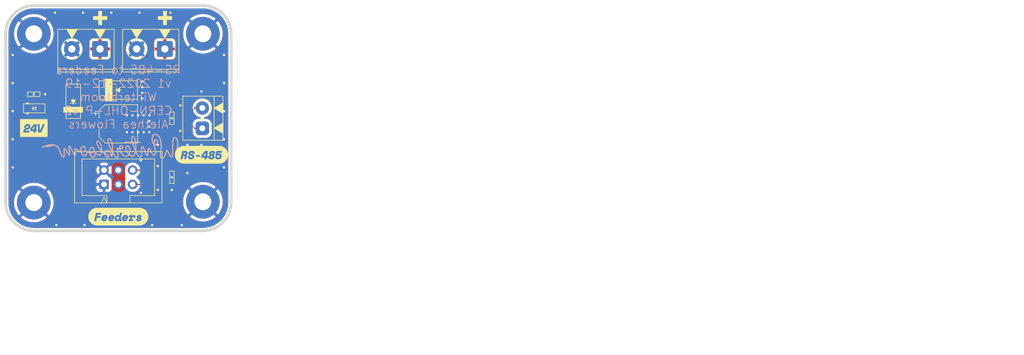
<source format=kicad_pcb>
(kicad_pcb (version 20211014) (generator pcbnew)
  (title_block (title "RS-485 to Feeders") (date "2022-12-19") (rev "v1") (company "Winterbloom") (comment 1 "Alethea Flowers") (comment 2 "CERN-OHL-P v2"))
  (layers (0 "F.Cu" signal) (31 "B.Cu" signal) (34 "B.Paste" user) (35 "F.Paste" user) (36 "B.SilkS" user "B.Silkscreen") (37 "F.SilkS" user "F.Silkscreen") (38 "B.Mask" user) (39 "F.Mask" user) (44 "Edge.Cuts" user))
  (net 0 "")
  (net 1 "+24V")
  (net 2 "GND")
  (net 3 "/DCIN")
  (net 4 "Net-(D103-Pad1)")
  (net 5 "/RS485+")
  (net 6 "/RS485-")
  (footprint "winterbloom:R_0402_HandSolder" (layer "F.Cu") (at 94.1 78.7 90)
    (fp_text reference "R103" hide)
    (fp_text value "120R")
    (pad "1" smd roundrect (at -0.5975 0 90) (size 0.715 0.64) (layers "F.Cu" "F.Paste" "F.Mask") (net 5 "/RS485+"))
    (pad "2" smd roundrect (at 0.5975 0 90) (size 0.715 0.64) (layers "F.Cu" "F.Paste" "F.Mask") (net 6 "/RS485-"))
  )
  (footprint "winterbloom:R_0402_HandSolder" (layer "F.Cu") (at 69.6 74.45)
    (fp_text reference "R102" hide)
    (fp_text value "5k1")
    (pad "1" smd roundrect (at -0.5975 0) (size 0.715 0.64) (layers "F.Cu" "F.Paste" "F.Mask") (net 4 "Net-(D103-Pad1)"))
    (pad "2" smd roundrect (at 0.5975 0) (size 0.715 0.64) (layers "F.Cu" "F.Paste" "F.Mask") (net 2 "GND"))
  )
  (footprint "winterbloom:TerminalBlock_4UCON_1x02_P3.50mm_Horizontal" (layer "F.Cu") (at 99.5 80.45 90)
    (fp_text reference "J103" hide)
    (fp_text value "RS-485" hide)
    (pad "1" thru_hole roundrect (at -0.0508 0 90) (size 2.4 2.4) (drill 1.05) (layers *.Cu *.Mask) (net 5 "/RS485+"))
    (pad "2" thru_hole circle (at 3.556 0 90) (size 2.4 2.4) (drill 1.05) (layers *.Cu *.Mask) (net 6 "/RS485-"))
  )
  (footprint "winterbloom:D_SOD-128" (layer "F.Cu") (at 76.6 75.7 90)
    (fp_text reference "D102" hide)
    (fp_text value "PMEG3030EP")
    (pad "1" smd rect (at -2.2 0 90) (size 1.4 2.1) (layers "F.Cu" "F.Paste" "F.Mask") (net 1 "+24V"))
    (pad "2" smd rect (at 2.2 0 90) (size 1.4 2.1) (layers "F.Cu" "F.Paste" "F.Mask") (net 3 "/DCIN"))
  )
  (footprint "MountingHole:MountingHole_3mm_Pad" (layer "F.Cu") (at 99.6 93.55)
    (fp_text reference "H104" hide)
    (fp_text value "GND")
    (pad "1" thru_hole circle (at 0 0) (size 6 6) (drill 3) (layers *.Cu *.Mask) (net 2 "GND"))
  )
  (footprint "Graphics" (layer "F.Cu") (at 92.7 60.9 90)
    (fp_text reference "" (at 0 0 90) (layer "F.SilkS") (effects (font (size 1.27 1.27))))
    (fp_text value "" (at 0 0 90) (layer "F.SilkS") (effects (font (size 1.27 1.27))))
  )
  (footprint "Graphics" (layer "F.Cu") (at 81.2 60.9 90)
    (fp_text reference "" (at 0 0 90) (layer "F.SilkS") (effects (font (size 1.27 1.27))))
    (fp_text value "" (at 0 0 90) (layer "F.SilkS") (effects (font (size 1.27 1.27))))
  )
  (footprint "winterbloom:R_0402_HandSolder" (layer "F.Cu") (at 94.1 89.2 90)
    (fp_text reference "R101" hide)
    (fp_text value "120R")
    (pad "1" smd roundrect (at -0.5975 0 90) (size 0.715 0.64) (layers "F.Cu" "F.Paste" "F.Mask") (net 5 "/RS485+"))
    (pad "2" smd roundrect (at 0.5975 0 90) (size 0.715 0.64) (layers "F.Cu" "F.Paste" "F.Mask") (net 6 "/RS485-"))
  )
  (footprint "Graphics" (layer "F.Cu") (at 84.6 96.2)
    (fp_text reference "" (at 0 0) (layer "F.SilkS") (effects (font (size 1.27 1.27))))
    (fp_text value "" (at 0 0) (layer "F.SilkS") (effects (font (size 1.27 1.27))))
  )
  (footprint "Graphics" (layer "F.Cu") (at 69.6 80.45)
    (fp_text reference "" (at 0 0) (layer "F.SilkS") (effects (font (size 1.27 1.27))))
    (fp_text value "" (at 0 0) (layer "F.SilkS") (effects (font (size 1.27 1.27))))
  )
  (footprint "winterbloom:TerminalBlock_CUI_TB002-500_1x02_P5.00mm_Vertical" (layer "F.Cu") (at 81.35 66.4 180)
    (fp_text reference "J102" hide)
    (fp_text value "DC thru")
    (pad "1" thru_hole roundrect (at 0 0 180) (size 2.8 2.8) (drill 1.3) (layers *.Cu *.Mask) (roundrect_rratio 0.1) (net 3 "/DCIN"))
    (pad "2" thru_hole circle (at 5 0 180) (size 2.8 2.8) (drill 1.3) (layers *.Cu *.Mask) (net 2 "GND"))
  )
  (footprint "winterbloom:TerminalBlock_CUI_TB002-500_1x02_P5.00mm_Vertical" (layer "F.Cu") (at 92.85 66.4 180)
    (fp_text reference "J101" hide)
    (fp_text value "DC in")
    (pad "1" thru_hole roundrect (at 0 0 180) (size 2.8 2.8) (drill 1.3) (layers *.Cu *.Mask) (roundrect_rratio 0.1) (net 3 "/DCIN"))
    (pad "2" thru_hole circle (at 5 0 180) (size 2.8 2.8) (drill 1.3) (layers *.Cu *.Mask) (net 2 "GND"))
  )
  (footprint "winterbloom:LED_0805_Kingbright_APT2012" (layer "F.Cu") (at 69.675 76.95)
    (fp_text reference "D103" hide)
    (fp_text value "24V" hide)
    (pad "1" smd roundrect (at -1.175 0) (size 1.25 1.25) (layers "F.Cu" "F.Paste" "F.Mask") (roundrect_rratio 0.05) (net 4 "Net-(D103-Pad1)"))
    (pad "2" smd roundrect (at 1.175 0) (size 1.25 1.25) (layers "F.Cu" "F.Paste" "F.Mask") (roundrect_rratio 0.05) (net 1 "+24V"))
  )
  (footprint "MountingHole:MountingHole_3mm_Pad" (layer "F.Cu") (at 69.6 63.7)
    (fp_text reference "H101" hide)
    (fp_text value "GND")
    (pad "1" thru_hole circle (at 0 0) (size 6 6) (drill 3) (layers *.Cu *.Mask) (net 2 "GND"))
  )
  (footprint "MountingHole:MountingHole_3mm_Pad" (layer "F.Cu") (at 69.6 93.7)
    (fp_text reference "H103" hide)
    (fp_text value "GND")
    (pad "1" thru_hole circle (at 0 0) (size 6 6) (drill 3) (layers *.Cu *.Mask) (net 2 "GND"))
  )
  (footprint "Connector_IDC:IDC-Header_2x03_P2.54mm_Vertical" (layer "F.Cu") (at 82.055 90.47 90)
    (fp_text reference "J104" hide)
    (fp_text value "Feeders")
    (pad "1" thru_hole roundrect (at 0 0 90) (size 1.7 1.7) (drill 1) (layers *.Cu *.Mask) (roundrect_rratio 0.147059) (net 2 "GND"))
    (pad "2" thru_hole circle (at 2.54 0 90) (size 1.7 1.7) (drill 1) (layers *.Cu *.Mask) (net 2 "GND"))
    (pad "3" thru_hole circle (at 0 2.54 90) (size 1.7 1.7) (drill 1) (layers *.Cu *.Mask) (net 1 "+24V"))
    (pad "4" thru_hole circle (at 2.54 2.54 90) (size 1.7 1.7) (drill 1) (layers *.Cu *.Mask) (net 1 "+24V"))
    (pad "5" thru_hole circle (at 0 5.08 90) (size 1.7 1.7) (drill 1) (layers *.Cu *.Mask) (net 5 "/RS485+"))
    (pad "6" thru_hole circle (at 2.54 5.08 90) (size 1.7 1.7) (drill 1) (layers *.Cu *.Mask) (net 6 "/RS485-"))
  )
  (footprint "Capacitor_SMD:CP_Elec_6.3x9.9" (layer "F.Cu") (at 84.6 79.7)
    (fp_text reference "C101" hide)
    (fp_text value "100u")
    (pad "1" smd roundrect (at -2.8 0) (size 3.5 1.6) (layers "F.Cu" "F.Paste" "F.Mask") (roundrect_rratio 0.15625) (net 1 "+24V"))
    (pad "2" smd roundrect (at 2.8 0) (size 3.5 1.6) (layers "F.Cu" "F.Paste" "F.Mask") (roundrect_rratio 0.15625) (net 2 "GND"))
  )
  (footprint "Graphics" (layer "F.Cu") (at 99.35 85.2)
    (fp_text reference "" (at 0 0) (layer "F.SilkS") (effects (font (size 1.27 1.27))))
    (fp_text value "" (at 0 0) (layer "F.SilkS") (effects (font (size 1.27 1.27))))
  )
  (footprint "MountingHole:MountingHole_3mm_Pad" (layer "F.Cu") (at 99.6 63.7)
    (fp_text reference "H102" hide)
    (fp_text value "GND")
    (pad "1" thru_hole circle (at 0 0) (size 6 6) (drill 3) (layers *.Cu *.Mask) (net 2 "GND"))
  )
  (footprint "winterbloom:D_SMA" (layer "F.Cu") (at 84.6 73.7)
    (fp_text reference "D101" hide)
    (fp_text value "SMAJ28CA")
    (pad "1" smd rect (at -2 0) (size 2.5 1.8) (layers "F.Cu" "F.Paste" "F.Mask") (net 3 "/DCIN"))
    (pad "2" smd rect (at 2 0) (size 2.5 1.8) (layers "F.Cu" "F.Paste" "F.Mask") (net 2 "GND"))
  )
  (footprint "winterbloom:Symbol_Winterbloom_25mm" (layer "B.Cu") (at 83.1 83.7 180)
    (fp_text reference "G***" hide)
    (fp_text value "LOGO" hide)
  )
  (gr_line (start 99.6 98.7) (end 69.6 98.7) (layer "Edge.Cuts") (width 0.5))
  (gr_arc (start 69.6 98.7) (mid 66.064466 97.235534) (end 64.6 93.7) (layer "Edge.Cuts") (width 0.5))
  (gr_arc (start 64.6 63.7) (mid 66.064466 60.164466) (end 69.6 58.7) (layer "Edge.Cuts") (width 0.5))
  (gr_line (start 104.6 63.7) (end 104.6 93.7) (layer "Edge.Cuts") (width 0.5))
  (gr_line (start 64.6 93.7) (end 64.6 63.7) (layer "Edge.Cuts") (width 0.5))
  (gr_arc (start 104.6 93.7) (mid 103.135534 97.235534) (end 99.6 98.7) (layer "Edge.Cuts") (width 0.5))
  (gr_line (start 69.6 58.7) (end 99.6 58.7) (layer "Edge.Cuts") (width 0.5))
  (gr_arc (start 99.6 58.7) (mid 103.135534 60.164466) (end 104.6 63.7) (layer "Edge.Cuts") (width 0.5))
  (gr_text "${TITLE}\n${REVISION} ${ISSUE_DATE}\n${COMPANY}\n${COMMENT2}\n${COMMENT1}" (at 84.6 74.95) (layer "B.SilkS") (effects (font (size 1.5 1.5)) (justify mirror)))
  (segment (start 76.6 77.9) (end 75.65 76.95) (width 0.2) (layer "F.Cu") (net 1))
  (segment (start 75.65 76.95) (end 70.85 76.95) (width 0.2) (layer "F.Cu") (net 1))
  (via (at 90.6 97.7) (size 0.7) (drill 0.4) (layers "F.Cu" "B.Cu") (net 2))
  (via (at 88.85 74.2) (size 0.7) (drill 0.4) (layers "F.Cu" "B.Cu") (net 2))
  (via (at 65.85 77.45) (size 0.7) (drill 0.4) (layers "F.Cu" "B.Cu") (net 2))
  (via (at 103.35 87.45) (size 0.7) (drill 0.4) (layers "F.Cu" "B.Cu") (net 2))
  (via (at 90.1 78.2) (size 0.7) (drill 0.4) (layers "F.Cu" "B.Cu") (net 2))
  (via (at 89.1 78.2) (size 0.7) (drill 0.4) (layers "F.Cu" "B.Cu") (net 2))
  (via (at 88.85 75.2) (size 0.7) (drill 0.4) (layers "F.Cu" "B.Cu") (net 2))
  (via (at 91.6 83.45) (size 0.7) (drill 0.4) (layers "F.Cu" "B.Cu") (net 2))
  (via (at 87.1 78.2) (size 0.7) (drill 0.4) (layers "F.Cu" "B.Cu") (net 2))
  (via (at 103.35 77.45) (size 0.7) (drill 0.4) (layers "F.Cu" "B.Cu") (net 2))
  (via (at 78.6 97.7) (size 0.7) (drill 0.4) (layers "F.Cu" "B.Cu") (net 2))
  (via (at 88.6 91.95) (size 0.7) (drill 0.4) (layers "F.Cu" "B.Cu") (net 2))
  (via (at 90.1 79.2) (size 0.7) (drill 0.4) (layers "F.Cu" "B.Cu") (net 2))
  (via (at 103.35 72.45) (size 0.7) (drill 0.4) (layers "F.Cu" "B.Cu") (net 2))
  (via (at 91.6 91.45) (size 0.7) (drill 0.4) (layers "F.Cu" "B.Cu") (net 2))
  (via (at 88.85 72.2) (size 0.7) (drill 0.4) (layers "F.Cu" "B.Cu") (net 2))
  (via (at 73.6 97.7) (size 0.7) (drill 0.4) (layers "F.Cu" "B.Cu") (net 2))
  (via (at 83.35 59.95) (size 0.7) (drill 0.4) (layers "F.Cu" "B.Cu") (net 2))
  (via (at 90.1 80.2) (size 0.7) (drill 0.4) (layers "F.Cu" "B.Cu") (net 2))
  (via (at 90.1 81.2) (size 0.7) (drill 0.4) (layers "F.Cu" "B.Cu") (net 2))
  (via (at 95.6 76.45) (size 0.7) (drill 0.4) (layers "F.Cu" "B.Cu") (net 2))
  (via (at 96.85 88.45) (size 0.7) (drill 0.4) (layers "F.Cu" "B.Cu") (net 2))
  (via (at 71.6 74.45) (size 0.7) (drill 0.4) (layers "F.Cu" "B.Cu") (net 2))
  (via (at 95.6 80.95) (size 0.7) (drill 0.4) (layers "F.Cu" "B.Cu") (net 2))
  (via (at 86.1 78.2) (size 0.7) (drill 0.4) (layers "F.Cu" "B.Cu") (net 2))
  (via (at 65.85 72.45) (size 0.7) (drill 0.4) (layers "F.Cu" "B.Cu") (net 2))
  (via (at 94.1 91.45) (size 0.7) (drill 0.4) (layers "F.Cu" "B.Cu") (net 2))
  (via (at 87.1 81.2) (size 0.7) (drill 0.4) (layers "F.Cu" "B.Cu") (net 2))
  (via (at 89.1 81.2) (size 0.7) (drill 0.4) (layers "F.Cu" "B.Cu") (net 2))
  (via (at 99.35 83.45) (size 0.7) (drill 0.4) (layers "F.Cu" "B.Cu") (net 2))
  (via (at 86.1 81.2) (size 0.7) (drill 0.4) (layers "F.Cu" "B.Cu") (net 2))
  (via (at 88.35 59.95) (size 0.7) (drill 0.4) (layers "F.Cu" "B.Cu") (net 2))
  (via (at 73.35 59.95) (size 0.7) (drill 0.4) (layers "F.Cu" "B.Cu") (net 2))
  (via (at 88.6 86.2) (size 0.7) (drill 0.4) (layers "F.Cu" "B.Cu") (net 2))
  (via (at 93.85 59.95) (size 0.7) (drill 0.4) (layers "F.Cu" "B.Cu") (net 2))
  (via (at 91.6 87.2) (size 0.7) (drill 0.4) (layers "F.Cu" "B.Cu") (net 2))
  (via (at 88.85 73.2) (size 0.7) (drill 0.4) (layers "F.Cu" "B.Cu") (net 2))
  (via (at 88.1 78.2) (size 0.7) (drill 0.4) (layers "F.Cu" "B.Cu") (net 2))
  (via (at 78.35 59.95) (size 0.7) (drill 0.4) (layers "F.Cu" "B.Cu") (net 2))
  (via (at 65.85 87.45) (size 0.7) (drill 0.4) (layers "F.Cu" "B.Cu") (net 2))
  (via (at 96.85 83.45) (size 0.7) (drill 0.4) (layers "F.Cu" "B.Cu") (net 2))
  (via (at 65.85 82.45) (size 0.7) (drill 0.4) (layers "F.Cu" "B.Cu") (net 2))
  (via (at 65.85 67.45) (size 0.7) (drill 0.4) (layers "F.Cu" "B.Cu") (net 2))
  (via (at 95.85 97.7) (size 0.7) (drill 0.4) (layers "F.Cu" "B.Cu") (net 2))
  (via (at 103.35 67.45) (size 0.7) (drill 0.4) (layers "F.Cu" "B.Cu") (net 2))
  (via (at 99.35 73.95) (size 0.7) (drill 0.4) (layers "F.Cu" "B.Cu") (net 2))
  (via (at 103.35 82.45) (size 0.7) (drill 0.4) (layers "F.Cu" "B.Cu") (net 2))
  (via (at 88.1 81.2) (size 0.7) (drill 0.4) (layers "F.Cu" "B.Cu") (net 2))
  (via (at 96.85 85.95) (size 0.7) (drill 0.4) (layers "F.Cu" "B.Cu") (net 2))
  (segment (start 68.5 76.95) (end 68.5 74.9525) (width 0.2) (layer "F.Cu") (net 4))
  (segment (start 68.5 74.9525) (end 69.0025 74.45) (width 0.2) (layer "F.Cu") (net 4))
  (segment (start 89.6 89.7) (end 94.0025 89.7) (width 0.2) (layer "F.Cu") (net 5))
  (segment (start 87.135 90.47) (end 88.83 90.47) (width 0.2) (layer "F.Cu") (net 5))
  (segment (start 98.1508 80.5008) (end 96.9475 79.2975) (width 0.2) (layer "F.Cu") (net 5))
  (segment (start 99.5 80.5008) (end 98.1508 80.5008) (width 0.2) (layer "F.Cu") (net 5))
  (segment (start 96.9475 79.2975) (end 94.1 79.2975) (width 0.2) (layer "F.Cu") (net 5))
  (segment (start 95.35 83.7) (end 94.1 82.45) (width 0.2) (layer "F.Cu") (net 5))
  (segment (start 95.35 88.95) (end 95.35 83.7) (width 0.2) (layer "F.Cu") (net 5))
  (segment (start 94.1 82.45) (end 94.1 79.2975) (width 0.2) (layer "F.Cu") (net 5))
  (segment (start 94.5025 89.7975) (end 95.35 88.95) (width 0.2) (layer "F.Cu") (net 5))
  (segment (start 94.0025 89.7) (end 94.1 89.7975) (width 0.2) (layer "F.Cu") (net 5))
  (segment (start 94.1 89.7975) (end 94.5025 89.7975) (width 0.2) (layer "F.Cu") (net 5))
  (segment (start 88.83 90.47) (end 89.6 89.7) (width 0.2) (layer "F.Cu") (net 5))
  (segment (start 87.135 87.93) (end 88.83 87.93) (width 0.2) (layer "F.Cu") (net 6))
  (segment (start 94.1 84.2) (end 92.85 82.95) (width 0.2) (layer "F.Cu") (net 6))
  (segment (start 99.5 76.894) (end 98.156 76.894) (width 0.2) (layer "F.Cu") (net 6))
  (segment (start 89.6 88.7) (end 94.0025 88.7) (width 0.2) (layer "F.Cu") (net 6))
  (segment (start 93.1975 78.1025) (end 94.1 78.1025) (width 0.2) (layer "F.Cu") (net 6))
  (segment (start 96.9475 78.1025) (end 94.1 78.1025) (width 0.2) (layer "F.Cu") (net 6))
  (segment (start 94.0025 88.7) (end 94.1 88.6025) (width 0.2) (layer "F.Cu") (net 6))
  (segment (start 92.85 82.95) (end 92.85 78.45) (width 0.2) (layer "F.Cu") (net 6))
  (segment (start 92.85 78.45) (end 93.1975 78.1025) (width 0.2) (layer "F.Cu") (net 6))
  (segment (start 88.83 87.93) (end 89.6 88.7) (width 0.2) (layer "F.Cu") (net 6))
  (segment (start 98.156 76.894) (end 96.9475 78.1025) (width 0.2) (layer "F.Cu") (net 6))
  (segment (start 94.1 88.6025) (end 94.1 84.2) (width 0.2) (layer "F.Cu") (net 6))
  (zone (net 3) (net_name "/DCIN") (layer "F.Cu") (priority 1) (connect_pads thru_hole_only (clearance 0.5)) (min_thickness 0.25) (fill yes (thermal_gap 0.508) (thermal_bridge_width 0.508) (smoothing fillet) (radius 1))
    (polygon (pts (xy 95.2 68.7) (xy 84.4 68.7) (xy 84.4 74.7) (xy 80.8 74.7) (xy 74.8 74.7) (xy 74.8 70.7) (xy 79 70.7) (xy 79 68.9) (xy 79 64.1) (xy 95.2 64.1)))
  )
  (zone (net 1) (net_name "+24V") (layer "F.Cu") (priority 1) (connect_pads yes (clearance 0.5)) (min_thickness 0.25) (fill yes (thermal_gap 0.508) (thermal_bridge_width 0.508) (smoothing fillet) (radius 1))
    (polygon (pts (xy 78.6 78.3) (xy 84.4 78.3) (xy 84.4 81.1) (xy 85.8 86.3) (xy 85.8 92.1) (xy 83.4 92.1) (xy 83.4 86.3) (xy 80.8 81.5) (xy 74.8 81.5) (xy 74.8 76.1) (xy 78.6 76.1)))
  )
  (zone (net 2) (net_name "GND") (layers F&B.Cu) (connect_pads thru_hole_only (clearance 0.5)) (min_thickness 0.25) (fill yes (thermal_gap 0.508) (thermal_bridge_width 0.508) (smoothing fillet) (radius 1))
    (polygon (pts (xy 105.6 99.7) (xy 63.6 99.7) (xy 63.6 57.7) (xy 105.6 57.7)))
  )
)
</source>
